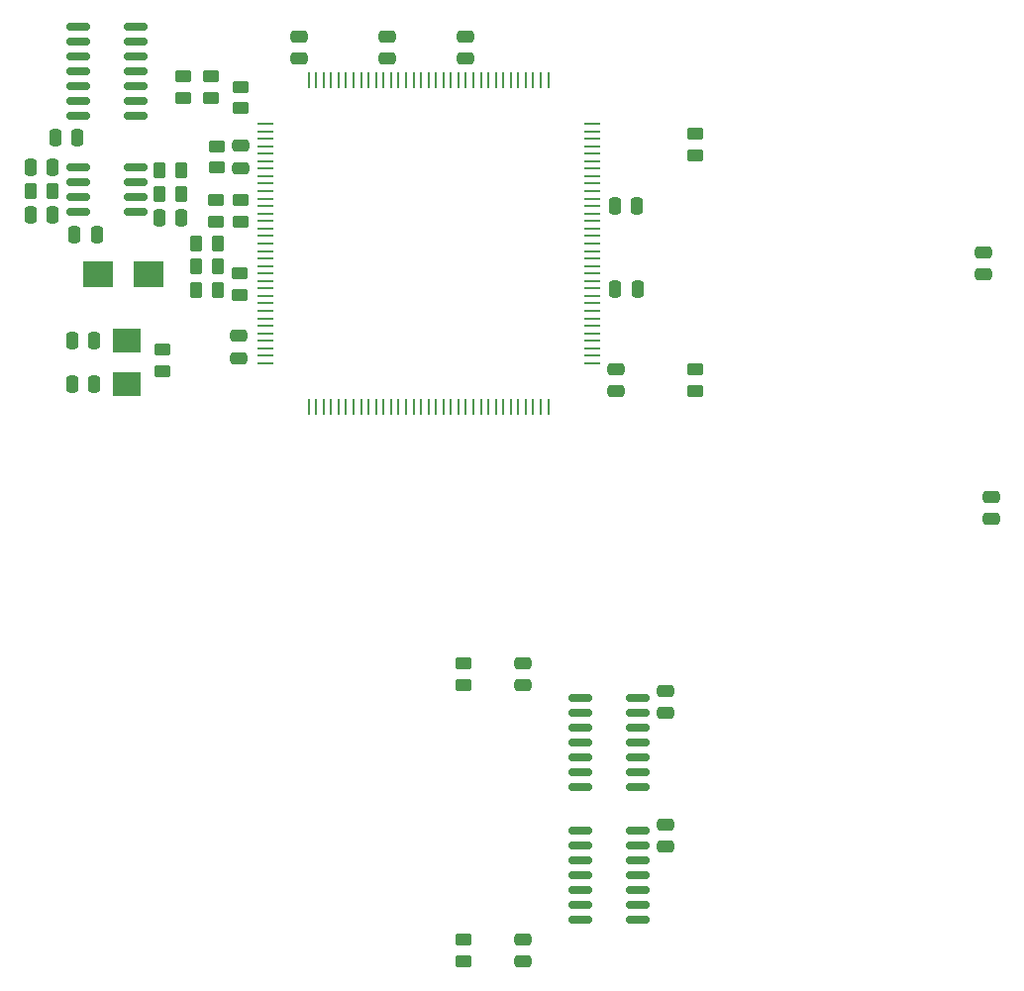
<source format=gbr>
%TF.GenerationSoftware,KiCad,Pcbnew,(6.0.7)*%
%TF.CreationDate,2023-04-14T14:37:01-06:00*%
%TF.ProjectId,mc68302-cpu-card,6d633638-3330-4322-9d63-70752d636172,rev?*%
%TF.SameCoordinates,Original*%
%TF.FileFunction,Paste,Top*%
%TF.FilePolarity,Positive*%
%FSLAX46Y46*%
G04 Gerber Fmt 4.6, Leading zero omitted, Abs format (unit mm)*
G04 Created by KiCad (PCBNEW (6.0.7)) date 2023-04-14 14:37:01*
%MOMM*%
%LPD*%
G01*
G04 APERTURE LIST*
G04 Aperture macros list*
%AMRoundRect*
0 Rectangle with rounded corners*
0 $1 Rounding radius*
0 $2 $3 $4 $5 $6 $7 $8 $9 X,Y pos of 4 corners*
0 Add a 4 corners polygon primitive as box body*
4,1,4,$2,$3,$4,$5,$6,$7,$8,$9,$2,$3,0*
0 Add four circle primitives for the rounded corners*
1,1,$1+$1,$2,$3*
1,1,$1+$1,$4,$5*
1,1,$1+$1,$6,$7*
1,1,$1+$1,$8,$9*
0 Add four rect primitives between the rounded corners*
20,1,$1+$1,$2,$3,$4,$5,0*
20,1,$1+$1,$4,$5,$6,$7,0*
20,1,$1+$1,$6,$7,$8,$9,0*
20,1,$1+$1,$8,$9,$2,$3,0*%
G04 Aperture macros list end*
%ADD10R,2.500000X2.300000*%
%ADD11RoundRect,0.150000X-0.825000X-0.150000X0.825000X-0.150000X0.825000X0.150000X-0.825000X0.150000X0*%
%ADD12R,2.400000X2.000000*%
%ADD13RoundRect,0.150000X0.825000X0.150000X-0.825000X0.150000X-0.825000X-0.150000X0.825000X-0.150000X0*%
%ADD14RoundRect,0.250000X0.450000X-0.262500X0.450000X0.262500X-0.450000X0.262500X-0.450000X-0.262500X0*%
%ADD15RoundRect,0.250000X0.262500X0.450000X-0.262500X0.450000X-0.262500X-0.450000X0.262500X-0.450000X0*%
%ADD16RoundRect,0.250000X-0.262500X-0.450000X0.262500X-0.450000X0.262500X0.450000X-0.262500X0.450000X0*%
%ADD17RoundRect,0.250000X-0.450000X0.262500X-0.450000X-0.262500X0.450000X-0.262500X0.450000X0.262500X0*%
%ADD18RoundRect,0.250000X0.475000X-0.250000X0.475000X0.250000X-0.475000X0.250000X-0.475000X-0.250000X0*%
%ADD19RoundRect,0.250000X-0.475000X0.250000X-0.475000X-0.250000X0.475000X-0.250000X0.475000X0.250000X0*%
%ADD20RoundRect,0.250000X0.250000X0.475000X-0.250000X0.475000X-0.250000X-0.475000X0.250000X-0.475000X0*%
%ADD21RoundRect,0.250000X-0.250000X-0.475000X0.250000X-0.475000X0.250000X0.475000X-0.250000X0.475000X0*%
%ADD22O,0.250000X1.500000*%
%ADD23O,1.500000X0.250000*%
G04 APERTURE END LIST*
D10*
%TO.C,D1*%
X85607000Y-23799800D03*
X89907000Y-23799800D03*
%TD*%
D11*
%TO.C,U6*%
X126811000Y-71379000D03*
X126811000Y-72649000D03*
X126811000Y-73919000D03*
X126811000Y-75189000D03*
X126811000Y-76459000D03*
X126811000Y-77729000D03*
X126811000Y-78999000D03*
X131761000Y-78999000D03*
X131761000Y-77729000D03*
X131761000Y-76459000D03*
X131761000Y-75189000D03*
X131761000Y-73919000D03*
X131761000Y-72649000D03*
X131761000Y-71379000D03*
%TD*%
D12*
%TO.C,Y1*%
X88112600Y-29519000D03*
X88112600Y-33219000D03*
%TD*%
D11*
%TO.C,U7*%
X126811000Y-60076000D03*
X126811000Y-61346000D03*
X126811000Y-62616000D03*
X126811000Y-63886000D03*
X126811000Y-65156000D03*
X126811000Y-66426000D03*
X126811000Y-67696000D03*
X131761000Y-67696000D03*
X131761000Y-66426000D03*
X131761000Y-65156000D03*
X131761000Y-63886000D03*
X131761000Y-62616000D03*
X131761000Y-61346000D03*
X131761000Y-60076000D03*
%TD*%
D13*
%TO.C,U3*%
X88835000Y-18542000D03*
X88835000Y-17272000D03*
X88835000Y-16002000D03*
X88835000Y-14732000D03*
X83885000Y-14732000D03*
X83885000Y-16002000D03*
X83885000Y-17272000D03*
X83885000Y-18542000D03*
%TD*%
%TO.C,U2*%
X83885000Y-10287000D03*
X83885000Y-9017000D03*
X83885000Y-7747000D03*
X83885000Y-6477000D03*
X83885000Y-5207000D03*
X83885000Y-3937000D03*
X83885000Y-2667000D03*
X88835000Y-2667000D03*
X88835000Y-3937000D03*
X88835000Y-5207000D03*
X88835000Y-6477000D03*
X88835000Y-7747000D03*
X88835000Y-9017000D03*
X88835000Y-10287000D03*
%TD*%
D14*
%TO.C,R18*%
X136652000Y-33805500D03*
X136652000Y-31980500D03*
%TD*%
%TO.C,R17*%
X116840000Y-58956500D03*
X116840000Y-57131500D03*
%TD*%
%TO.C,R16*%
X136652000Y-13637900D03*
X136652000Y-11812900D03*
%TD*%
%TO.C,R15*%
X116840000Y-82578500D03*
X116840000Y-80753500D03*
%TD*%
D15*
%TO.C,R14*%
X81684500Y-16764000D03*
X79859500Y-16764000D03*
%TD*%
%TO.C,R13*%
X92733500Y-14960600D03*
X90908500Y-14960600D03*
%TD*%
%TO.C,R12*%
X92733500Y-17018000D03*
X90908500Y-17018000D03*
%TD*%
D16*
%TO.C,R11*%
X94007300Y-21209000D03*
X95832300Y-21209000D03*
%TD*%
D14*
%TO.C,R10*%
X97764600Y-25575900D03*
X97764600Y-23750900D03*
%TD*%
D17*
%TO.C,R9*%
X97815400Y-7799700D03*
X97815400Y-9624700D03*
%TD*%
D16*
%TO.C,R8*%
X94007300Y-25171400D03*
X95832300Y-25171400D03*
%TD*%
D17*
%TO.C,R7*%
X95275400Y-6936100D03*
X95275400Y-8761100D03*
%TD*%
D14*
%TO.C,R6*%
X95681800Y-19327500D03*
X95681800Y-17502500D03*
%TD*%
D16*
%TO.C,R5*%
X94007300Y-23190200D03*
X95832300Y-23190200D03*
%TD*%
D17*
%TO.C,R4*%
X95783400Y-12879700D03*
X95783400Y-14704700D03*
%TD*%
D14*
%TO.C,R3*%
X91109800Y-32129100D03*
X91109800Y-30304100D03*
%TD*%
D17*
%TO.C,R2*%
X97815400Y-17502500D03*
X97815400Y-19327500D03*
%TD*%
D14*
%TO.C,R1*%
X92887800Y-8761100D03*
X92887800Y-6936100D03*
%TD*%
D18*
%TO.C,C21*%
X121920000Y-58994000D03*
X121920000Y-57094000D03*
%TD*%
%TO.C,C20*%
X121920000Y-82616000D03*
X121920000Y-80716000D03*
%TD*%
%TO.C,C19*%
X161340800Y-23835400D03*
X161340800Y-21935400D03*
%TD*%
%TO.C,C18*%
X161950400Y-44765000D03*
X161950400Y-42865000D03*
%TD*%
D19*
%TO.C,C17*%
X134112000Y-59456200D03*
X134112000Y-61356200D03*
%TD*%
D18*
%TO.C,C16*%
X134112000Y-72786200D03*
X134112000Y-70886200D03*
%TD*%
D20*
%TO.C,C15*%
X85506600Y-20447000D03*
X83606600Y-20447000D03*
%TD*%
D21*
%TO.C,C14*%
X79822000Y-18796000D03*
X81722000Y-18796000D03*
%TD*%
%TO.C,C13*%
X90871000Y-19050000D03*
X92771000Y-19050000D03*
%TD*%
D20*
%TO.C,C12*%
X81722000Y-14732000D03*
X79822000Y-14732000D03*
%TD*%
%TO.C,C11*%
X85303400Y-29489400D03*
X83403400Y-29489400D03*
%TD*%
%TO.C,C10*%
X85303400Y-33248600D03*
X83403400Y-33248600D03*
%TD*%
D18*
%TO.C,C9*%
X97612200Y-30998200D03*
X97612200Y-29098200D03*
%TD*%
D19*
%TO.C,C8*%
X97815400Y-12842200D03*
X97815400Y-14742200D03*
%TD*%
%TO.C,C7*%
X102844600Y-5395000D03*
X102844600Y-3495000D03*
%TD*%
%TO.C,C6*%
X110363000Y-3495000D03*
X110363000Y-5395000D03*
%TD*%
%TO.C,C5*%
X117068600Y-3495000D03*
X117068600Y-5395000D03*
%TD*%
D20*
%TO.C,C4*%
X129783800Y-18008600D03*
X131683800Y-18008600D03*
%TD*%
%TO.C,C3*%
X131734600Y-25069800D03*
X129834600Y-25069800D03*
%TD*%
D18*
%TO.C,C2*%
X129921000Y-33843000D03*
X129921000Y-31943000D03*
%TD*%
D21*
%TO.C,C1*%
X83881000Y-12192000D03*
X81981000Y-12192000D03*
%TD*%
D22*
%TO.C,U1*%
X113868200Y-35181500D03*
X114508200Y-35181500D03*
X115148200Y-35181500D03*
X115788200Y-35181500D03*
X116428200Y-35181500D03*
X117068200Y-35181500D03*
X117708200Y-35181500D03*
X118348200Y-35181500D03*
X118988200Y-35181500D03*
X119628200Y-35181500D03*
X120268200Y-35181500D03*
X120908200Y-35181500D03*
X121548200Y-35181500D03*
X122188200Y-35181500D03*
X122828200Y-35181500D03*
X123468200Y-35181500D03*
X124108200Y-35181500D03*
D23*
X127840700Y-31449000D03*
X127840700Y-30809000D03*
X127840700Y-30169000D03*
X127840700Y-29529000D03*
X127840700Y-28889000D03*
X127840700Y-28249000D03*
X127840700Y-27609000D03*
X127840700Y-26969000D03*
X127840700Y-26329000D03*
X127840700Y-25689000D03*
X127840700Y-25049000D03*
X127840700Y-24409000D03*
X127840700Y-23769000D03*
X127840700Y-23129000D03*
X127840700Y-22489000D03*
X127840700Y-21849000D03*
X127840700Y-21209000D03*
X127840700Y-20569000D03*
X127840700Y-19929000D03*
X127840700Y-19289000D03*
X127840700Y-18649000D03*
X127840700Y-18009000D03*
X127840700Y-17369000D03*
X127840700Y-16729000D03*
X127840700Y-16089000D03*
X127840700Y-15449000D03*
X127840700Y-14809000D03*
X127840700Y-14169000D03*
X127840700Y-13529000D03*
X127840700Y-12889000D03*
X127840700Y-12249000D03*
X127840700Y-11609000D03*
X127840700Y-10969000D03*
D22*
X124108200Y-7236500D03*
X123468200Y-7236500D03*
X122828200Y-7236500D03*
X122188200Y-7236500D03*
X121548200Y-7236500D03*
X120908200Y-7236500D03*
X120268200Y-7236500D03*
X119628200Y-7236500D03*
X118988200Y-7236500D03*
X118348200Y-7236500D03*
X117708200Y-7236500D03*
X117068200Y-7236500D03*
X116428200Y-7236500D03*
X115788200Y-7236500D03*
X115148200Y-7236500D03*
X114508200Y-7236500D03*
X113868200Y-7236500D03*
X113228200Y-7236500D03*
X112588200Y-7236500D03*
X111948200Y-7236500D03*
X111308200Y-7236500D03*
X110668200Y-7236500D03*
X110028200Y-7236500D03*
X109388200Y-7236500D03*
X108748200Y-7236500D03*
X108108200Y-7236500D03*
X107468200Y-7236500D03*
X106828200Y-7236500D03*
X106188200Y-7236500D03*
X105548200Y-7236500D03*
X104908200Y-7236500D03*
X104268200Y-7236500D03*
X103628200Y-7236500D03*
D23*
X99895700Y-10969000D03*
X99895700Y-11609000D03*
X99895700Y-12249000D03*
X99895700Y-12889000D03*
X99895700Y-13529000D03*
X99895700Y-14169000D03*
X99895700Y-14809000D03*
X99895700Y-15449000D03*
X99895700Y-16089000D03*
X99895700Y-16729000D03*
X99895700Y-17369000D03*
X99895700Y-18009000D03*
X99895700Y-18649000D03*
X99895700Y-19289000D03*
X99895700Y-19929000D03*
X99895700Y-20569000D03*
X99895700Y-21209000D03*
X99895700Y-21849000D03*
X99895700Y-22489000D03*
X99895700Y-23129000D03*
X99895700Y-23769000D03*
X99895700Y-24409000D03*
X99895700Y-25049000D03*
X99895700Y-25689000D03*
X99895700Y-26329000D03*
X99895700Y-26969000D03*
X99895700Y-27609000D03*
X99895700Y-28249000D03*
X99895700Y-28889000D03*
X99895700Y-29529000D03*
X99895700Y-30169000D03*
X99895700Y-30809000D03*
X99895700Y-31449000D03*
D22*
X103628200Y-35181500D03*
X104268200Y-35181500D03*
X104908200Y-35181500D03*
X105548200Y-35181500D03*
X106188200Y-35181500D03*
X106828200Y-35181500D03*
X107468200Y-35181500D03*
X108108200Y-35181500D03*
X108748200Y-35181500D03*
X109388200Y-35181500D03*
X110028200Y-35181500D03*
X110668200Y-35181500D03*
X111308200Y-35181500D03*
X111948200Y-35181500D03*
X112588200Y-35181500D03*
X113228200Y-35181500D03*
%TD*%
M02*

</source>
